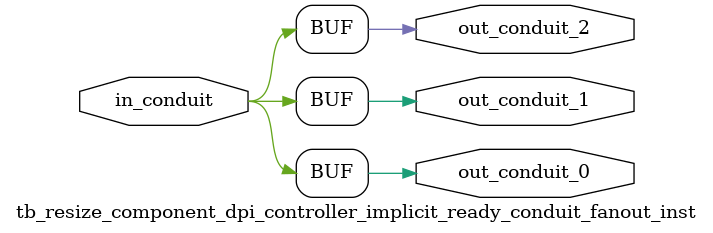
<source format=sv>


 


// --------------------------------------------------------------------------------
//| Avalon Conduit Fan-Out
// --------------------------------------------------------------------------------

// ------------------------------------------
// Generation parameters:
//   output_name:       tb_resize_component_dpi_controller_implicit_ready_conduit_fanout_inst
//   numFanOut:         3
//   
// ------------------------------------------

module tb_resize_component_dpi_controller_implicit_ready_conduit_fanout_inst (     

// Interface: out_conduit_0
 output                    out_conduit_0,
// Interface: out_conduit_1
 output                    out_conduit_1,
// Interface: out_conduit_2
 output                    out_conduit_2,

// Interface: in_conduit
 input                   in_conduit

);

   assign  out_conduit_0 = in_conduit;
   assign  out_conduit_1 = in_conduit;
   assign  out_conduit_2 = in_conduit;

endmodule //


</source>
